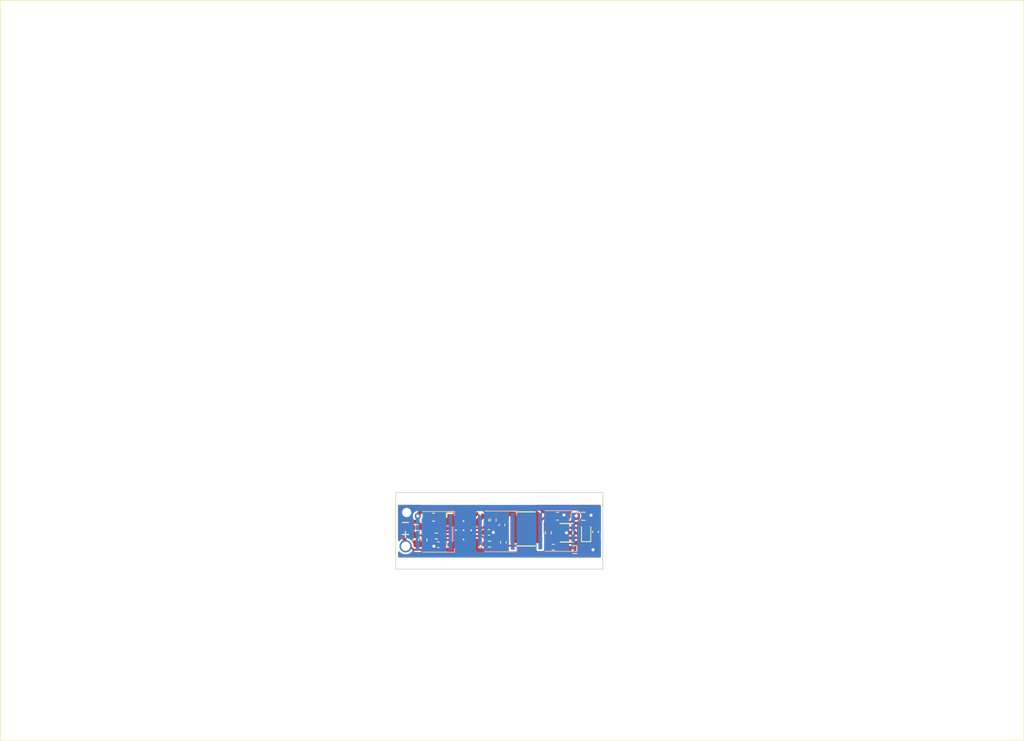
<source format=kicad_pcb>
(kicad_pcb (version 20221018) (generator pcbnew)
  (layers (0 "F.Cu" signal) (31 "B.Cu" signal) (34 "B.Paste" user) (35 "F.Paste" user) (36 "B.SilkS" user "B.Silkscreen") (37 "F.SilkS" user "F.Silkscreen") (38 "B.Mask" user) (39 "F.Mask" user) (44 "Edge.Cuts" user))
  (net 0 "")
  (net 1 "Net-(D23-K)")
  (net 2 "GND2")
  (net 3 "Net-(U1-VCC)")
  (net 4 "Net-(U1-EN_UVLO)")
  (net 5 "Net-(U1-SS)")
  (net 6 "Net-(C4-Pad2)")
  (net 7 "Net-(U1-BST)")
  (net 8 "Net-(C27-Pad2)")
  (net 9 "Net-(D6-A)")
  (net 10 "Net-(D8-K)")
  (net 11 "Net-(D27-Conn)")
  (net 12 "Net-(U1-FB)")
  (net 13 "Net-(U2-OUT)")
  (net 14 "Net-(U1-RON)")
  (net 15 "Net-(U2-IN-)")
  (net 16 "Net-(D6-K)")
  (net 17 "Net-(D7-K)")
  (footprint "ul_TLV9061IDCKR:DCK5_TEX" (layer "F.Cu") (at 137.2616 122.7582)
    (fp_text reference "U2" hide)
    (fp_text value "TLV9061IDCKR" hide)
    (fp_line (start -0.8255 1.2065) (end 0.8255 1.2065) (stroke (width 0.1524)) (layer "F.SilkS"))
    (fp_line (start 0.8255 -1.2065) (end -0.8255 -1.2065) (stroke (width 0.1524)) (layer "F.SilkS"))
    (fp_line (start 0.8255 0.164859) (end 0.8255 -0.164859) (stroke (width 0.1524)) (layer "F.SilkS"))
    (pad "1" smd rect (at -0.9652 -0.649999) (size 1.1684 0.3048) (layers "F.Cu" "F.Paste" "F.Mask") (net 10 "Net-(D8-K)"))
    (pad "2" smd rect (at -0.9652 0) (size 1.1684 0.3048) (layers "F.Cu" "F.Paste" "F.Mask") (net 2 "GND2"))
    (pad "3" smd rect (at -0.9652 0.649999) (size 1.1684 0.3048) (layers "F.Cu" "F.Paste" "F.Mask") (net 15 "Net-(U2-IN-)"))
    (pad "4" smd rect (at 0.9652 0.649999) (size 1.1684 0.3048) (layers "F.Cu" "F.Paste" "F.Mask") (net 13 "Net-(U2-OUT)"))
    (pad "5" smd rect (at 0.9652 -0.649999) (size 1.1684 0.3048) (layers "F.Cu" "F.Paste" "F.Mask") (net 1 "Net-(D23-K)"))
  )
  (footprint "Capacitor_SMD:C_0603_1608Metric_Pad1.08x0.95mm_HandSolder" (layer "F.Cu") (at 136.0932 120.5992)
    (fp_text reference "C28" hide)
    (fp_text value "C" hide)
    (fp_line (start -0.146267 -0.51) (end 0.146267 -0.51) (stroke (width 0.12)) (layer "F.SilkS"))
    (fp_line (start -0.146267 0.51) (end 0.146267 0.51) (stroke (width 0.12)) (layer "F.SilkS"))
    (pad "1" smd roundrect (at -0.8625 0) (size 1.075 0.95) (layers "F.Cu" "F.Paste" "F.Mask") (net 9 "Net-(D6-A)"))
    (pad "2" smd roundrect (at 0.8625 0) (size 1.075 0.95) (layers "F.Cu" "F.Paste" "F.Mask") (net 2 "GND2"))
  )
  (footprint "Capacitor_SMD:C_0402_1005Metric_Pad0.74x0.62mm_HandSolder" (layer "F.Cu") (at 141.0462 122.6312 90)
    (fp_text reference "C1" hide)
    (fp_text value "C" hide)
    (fp_line (start -0.115835 -0.36) (end 0.115835 -0.36) (stroke (width 0.12)) (layer "F.SilkS"))
    (fp_line (start -0.115835 0.36) (end 0.115835 0.36) (stroke (width 0.12)) (layer "F.SilkS"))
    (pad "1" smd roundrect (at -0.5675 0 90) (size 0.735 0.62) (layers "F.Cu" "F.Paste" "F.Mask") (net 1 "Net-(D23-K)"))
    (pad "2" smd roundrect (at 0.5675 0 90) (size 0.735 0.62) (layers "F.Cu" "F.Paste" "F.Mask") (net 2 "GND2"))
  )
  (footprint "Capacitor_SMD:C_0402_1005Metric_Pad0.74x0.62mm_HandSolder" (layer "F.Cu") (at 120.5651 124.3076 180)
    (fp_text reference "C26" hide)
    (fp_text value "C" hide)
    (fp_line (start -0.115835 -0.36) (end 0.115835 -0.36) (stroke (width 0.12)) (layer "F.SilkS"))
    (fp_line (start -0.115835 0.36) (end 0.115835 0.36) (stroke (width 0.12)) (layer "F.SilkS"))
    (pad "1" smd roundrect (at -0.5675 0 180) (size 0.735 0.62) (layers "F.Cu" "F.Paste" "F.Mask") (net 5 "Net-(U1-SS)"))
    (pad "2" smd roundrect (at 0.5675 0 180) (size 0.735 0.62) (layers "F.Cu" "F.Paste" "F.Mask") (net 2 "GND2"))
  )
  (footprint "Resistor_SMD:R_0603_1608Metric_Pad0.98x0.95mm_HandSolder" (layer "F.Cu") (at 139.446 120.5992)
    (fp_text reference "R2" hide)
    (fp_text value "R" hide)
    (fp_line (start -0.254724 -0.5225) (end 0.254724 -0.5225) (stroke (width 0.12)) (layer "F.SilkS"))
    (fp_line (start -0.254724 0.5225) (end 0.254724 0.5225) (stroke (width 0.12)) (layer "F.SilkS"))
    (pad "1" smd roundrect (at -0.9125 0) (size 0.975 0.95) (layers "F.Cu" "F.Paste" "F.Mask") (net 10 "Net-(D8-K)"))
    (pad "2" smd roundrect (at 0.9125 0) (size 0.975 0.95) (layers "F.Cu" "F.Paste" "F.Mask") (net 2 "GND2"))
  )
  (footprint "Capacitor_SMD:C_0402_1005Metric_Pad0.74x0.62mm_HandSolder" (layer "F.Cu") (at 129.032 124.0028 90)
    (fp_text reference "C4" hide)
    (fp_text value "C" hide)
    (fp_line (start -0.115835 -0.36) (end 0.115835 -0.36) (stroke (width 0.12)) (layer "F.SilkS"))
    (fp_line (start -0.115835 0.36) (end 0.115835 0.36) (stroke (width 0.12)) (layer "F.SilkS"))
    (pad "1" smd roundrect (at -0.5675 0 90) (size 0.735 0.62) (layers "F.Cu" "F.Paste" "F.Mask") (net 9 "Net-(D6-A)"))
    (pad "2" smd roundrect (at 0.5675 0 90) (size 0.735 0.62) (layers "F.Cu" "F.Paste" "F.Mask") (net 6 "Net-(C4-Pad2)"))
  )
  (footprint "ul_SWPA4030S1R0NT:IND_SWPA4030S_SNL" (layer "F.Cu") (at 131.99545 122.2554 180)
    (fp_text reference "L1" hide)
    (fp_text value "SWPA4030S1R0NT" hide)
    (fp_line (start -1.17475 2.2225) (end 1.17475 2.2225) (stroke (width 0.1524)) (layer "F.SilkS"))
    (fp_line (start 1.17475 -2.2225) (end -1.17475 -2.2225) (stroke (width 0.1524)) (layer "F.SilkS"))
    (pad "1" smd rect (at -1.4986 0 180) (size 1.0922 3.7084) (layers "F.Cu" "F.Paste" "F.Mask") (net 9 "Net-(D6-A)"))
    (pad "2" smd rect (at 1.4986 0 180) (size 1.0922 3.7084) (layers "F.Cu" "F.Paste" "F.Mask") (net 8 "Net-(C27-Pad2)"))
  )
  (footprint "Capacitor_SMD:C_0603_1608Metric_Pad1.08x0.95mm_HandSolder" (layer "F.Cu") (at 119.9388 120.7262)
    (fp_text reference "C5" hide)
    (fp_text value "C" hide)
    (fp_line (start -0.146267 -0.51) (end 0.146267 -0.51) (stroke (width 0.12)) (layer "F.SilkS"))
    (fp_line (start -0.146267 0.51) (end 0.146267 0.51) (stroke (width 0.12)) (layer "F.SilkS"))
    (pad "1" smd roundrect (at -0.8625 0) (size 1.075 0.95) (layers "F.Cu" "F.Paste" "F.Mask") (net 11 "Net-(D27-Conn)"))
    (pad "2" smd roundrect (at 0.8625 0) (size 1.075 0.95) (layers "F.Cu" "F.Paste" "F.Mask") (net 2 "GND2"))
  )
  (footprint "Resistor_SMD:R_0402_1005Metric_Pad0.72x0.64mm_HandSolder" (layer "F.Cu") (at 127.7112 121.0951 90)
    (fp_text reference "R1" hide)
    (fp_text value "R" hide)
    (fp_line (start -0.167621 -0.38) (end 0.167621 -0.38) (stroke (width 0.12)) (layer "F.SilkS"))
    (fp_line (start -0.167621 0.38) (end 0.167621 0.38) (stroke (width 0.12)) (layer "F.SilkS"))
    (pad "1" smd roundrect (at -0.5975 0 90) (size 0.715 0.64) (layers "F.Cu" "F.Paste" "F.Mask") (net 6 "Net-(C4-Pad2)"))
    (pad "2" smd roundrect (at 0.5975 0 90) (size 0.715 0.64) (layers "F.Cu" "F.Paste" "F.Mask") (net 8 "Net-(C27-Pad2)"))
  )
  (footprint "Resistor_SMD:R_0402_1005Metric_Pad0.72x0.64mm_HandSolder" (layer "F.Cu") (at 120.3065 123.19)
    (fp_text reference "R9" hide)
    (fp_text value "R" hide)
    (fp_line (start -0.167621 -0.38) (end 0.167621 -0.38) (stroke (width 0.12)) (layer "F.SilkS"))
    (fp_line (start -0.167621 0.38) (end 0.167621 0.38) (stroke (width 0.12)) (layer "F.SilkS"))
    (pad "1" smd roundrect (at -0.5975 0) (size 0.715 0.64) (layers "F.Cu" "F.Paste" "F.Mask") (net 11 "Net-(D27-Conn)"))
    (pad "2" smd roundrect (at 0.5975 0) (size 0.715 0.64) (layers "F.Cu" "F.Paste" "F.Mask") (net 14 "Net-(U1-RON)"))
  )
  (footprint "Resistor_SMD:R_0402_1005Metric_Pad0.72x0.64mm_HandSolder" (layer "F.Cu") (at 134.8994 122.7582 -90)
    (fp_text reference "R4" hide)
    (fp_text value "R" hide)
    (fp_line (start -0.167621 -0.38) (end 0.167621 -0.38) (stroke (width 0.12)) (layer "F.SilkS"))
    (fp_line (start -0.167621 0.38) (end 0.167621 0.38) (stroke (width 0.12)) (layer "F.SilkS"))
    (pad "1" smd roundrect (at -0.5975 0 270) (size 0.715 0.64) (layers "F.Cu" "F.Paste" "F.Mask") (net 2 "GND2"))
    (pad "2" smd roundrect (at 0.5975 0 270) (size 0.715 0.64) (layers "F.Cu" "F.Paste" "F.Mask") (net 15 "Net-(U2-IN-)"))
  )
  (footprint "Resistor_SMD:R_0402_1005Metric_Pad0.72x0.64mm_HandSolder" (layer "F.Cu") (at 118.6942 123.698 90)
    (fp_text reference "R7" hide)
    (fp_text value "R" hide)
    (fp_line (start -0.167621 -0.38) (end 0.167621 -0.38) (stroke (width 0.12)) (layer "F.SilkS"))
    (fp_line (start -0.167621 0.38) (end 0.167621 0.38) (stroke (width 0.12)) (layer "F.SilkS"))
    (pad "1" smd roundrect (at -0.5975 0 90) (size 0.715 0.64) (layers "F.Cu" "F.Paste" "F.Mask") (net 2 "GND2"))
    (pad "2" smd roundrect (at 0.5975 0 90) (size 0.715 0.64) (layers "F.Cu" "F.Paste" "F.Mask") (net 4 "Net-(U1-EN_UVLO)"))
  )
  (footprint "Capacitor_SMD:C_0402_1005Metric_Pad0.74x0.62mm_HandSolder" (layer "F.Cu") (at 127.1691 122.7074)
    (fp_text reference "C2" hide)
    (fp_text value "C" hide)
    (fp_line (start -0.115835 -0.36) (end 0.115835 -0.36) (stroke (width 0.12)) (layer "F.SilkS"))
    (fp_line (start -0.115835 0.36) (end 0.115835 0.36) (stroke (width 0.12)) (layer "F.SilkS"))
    (pad "1" smd roundrect (at -0.5675 0) (size 0.735 0.62) (layers "F.Cu" "F.Paste" "F.Mask") (net 3 "Net-(U1-VCC)"))
    (pad "2" smd roundrect (at 0.5675 0) (size 0.735 0.62) (layers "F.Cu" "F.Paste" "F.Mask") (net 2 "GND2"))
  )
  (footprint "Resistor_SMD:R_0402_1005Metric_Pad0.72x0.64mm_HandSolder" (layer "F.Cu") (at 117.8052 122.0724)
    (fp_text reference "R6" hide)
    (fp_text value "R" hide)
    (fp_line (start -0.167621 -0.38) (end 0.167621 -0.38) (stroke (width 0.12)) (layer "F.SilkS"))
    (fp_line (start -0.167621 0.38) (end 0.167621 0.38) (stroke (width 0.12)) (layer "F.SilkS"))
    (pad "1" smd roundrect (at -0.5975 0) (size 0.715 0.64) (layers "F.Cu" "F.Paste" "F.Mask") (net 4 "Net-(U1-EN_UVLO)"))
    (pad "2" smd roundrect (at 0.5975 0) (size 0.715 0.64) (layers "F.Cu" "F.Paste" "F.Mask") (net 11 "Net-(D27-Conn)"))
  )
  (footprint "Capacitor_SMD:C_0402_1005Metric_Pad0.74x0.62mm_HandSolder" (layer "F.Cu") (at 126.7714 121.1205 90)
    (fp_text reference "C27" hide)
    (fp_text value "C" hide)
    (fp_line (start -0.115835 -0.36) (end 0.115835 -0.36) (stroke (width 0.12)) (layer "F.SilkS"))
    (fp_line (start -0.115835 0.36) (end 0.115835 0.36) (stroke (width 0.12)) (layer "F.SilkS"))
    (pad "1" smd roundrect (at -0.5675 0 90) (size 0.735 0.62) (layers "F.Cu" "F.Paste" "F.Mask") (net 7 "Net-(U1-BST)"))
    (pad "2" smd roundrect (at 0.5675 0 90) (size 0.735 0.62) (layers "F.Cu" "F.Paste" "F.Mask") (net 8 "Net-(C27-Pad2)"))
  )
  (footprint "ul_LM5160ADNTR:DNT0012B" (layer "F.Cu") (at 123.8504 122.428)
    (fp_text reference "U1" hide)
    (fp_text value "LM5160ADNTR" hide)
    (fp_line (start -2.200001 -2.199998) (end -1.4 -2.199998) (stroke (width 0.2)) (layer "F.SilkS"))
    (fp_line (start -2.200001 -1.699999) (end -2.200001 -2.199998) (stroke (width 0.2)) (layer "F.SilkS"))
    (fp_line (start -2.200001 2.199998) (end -2.200001 2.025002) (stroke (width 0.2)) (layer "F.SilkS"))
    (fp_line (start -2.200001 2.199998) (end -2.000001 2.199998) (stroke (width 0.2)) (layer "F.SilkS"))
    (fp_line (start 2.000001 -2.199998) (end 2.200001 -2.199998) (stroke (width 0.2)) (layer "F.SilkS"))
    (fp_line (start 2.000001 2.199998) (end 2.200001 2.199998) (stroke (width 0.2)) (layer "F.SilkS"))
    (fp_line (start 2.200001 -2.025002) (end 2.200001 -2.199998) (stroke (width 0.2)) (layer "F.SilkS"))
    (fp_line (start 2.200001 2.199998) (end 2.200001 2.025002) (stroke (width 0.2)) (layer "F.SilkS"))
    (pad "1" smd rect (at -1.899999 -1.25 90) (size 0.249999 0.599999) (layers "F.Cu" "F.Paste" "F.Mask") (net 2 "GND2"))
    (pad "2" smd rect (at -1.899999 -0.750001 90) (size 0.249999 0.599999) (layers "F.Cu" "F.Paste" "F.Mask") (net 2 "GND2"))
    (pad "3" smd rect (at -1.899999 -0.25 90) (size 0.249999 0.599999) (layers "F.Cu" "F.Paste" "F.Mask") (net 11 "Net-(D27-Conn)"))
    (pad "4" smd rect (at -1.899999 0.25 90) (size 0.249999 0.599999) (layers "F.Cu" "F.Paste" "F.Mask") (net 4 "Net-(U1-EN_UVLO)"))
    (pad "5" smd rect (at -1.899999 0.749998 90) (size 0.249999 0.599999) (layers "F.Cu" "F.Paste" "F.Mask") (net 14 "Net-(U1-RON)"))
    (pad "6" smd rect (at -1.899999 1.25 90) (size 0.249999 0.599999) (layers "F.Cu" "F.Paste" "F.Mask") (net 5 "Net-(U1-SS)"))
    (pad "7" smd rect (at 1.899999 1.25 90) (size 0.249999 0.599999) (layers "F.Cu" "F.Paste" "F.Mask") (net 2 "GND2"))
    (pad "8" smd rect (at 1.899999 0.749998 90) (size 0.249999 0.599999) (layers "F.Cu" "F.Paste" "F.Mask") (net 12 "Net-(U1-FB)"))
    (pad "9" smd rect (at 1.899999 0.25 90) (size 0.249999 0.599999) (layers "F.Cu" "F.Paste" "F.Mask") (net 3 "Net-(U1-VCC)"))
    (pad "10" smd rect (at 1.899999 -0.250002 90) (size 0.249999 0.599999) (layers "F.Cu" "F.Paste" "F.Mask") (net 7 "Net-(U1-BST)"))
    (pad "11" smd rect (at 1.899999 -0.750001 90) (size 0.249999 0.599999) (layers "F.Cu" "F.Paste" "F.Mask") (net 8 "Net-(C27-Pad2)"))
    (pad "12" smd rect (at 1.899999 -1.25 90) (size 0.249999 0.599999) (layers "F.Cu" "F.Paste" "F.Mask") (net 8 "Net-(C27-Pad2)"))
    (pad "13" smd rect (at 0 0 90) (size 2.999999 2.6) (layers "F.Cu" "F.Mask") (net 2 "GND2"))
    (pad "V" thru_hole circle (at -1.000001 0) (size 0.499999 0.499999) (drill 0.2032) (layers "*.Cu" "*.Mask") (net 2 "GND2"))
    (pad "V" thru_hole circle (at 0 -1.2) (size 0.499999 0.499999) (drill 0.2032) (layers "*.Cu" "*.Mask") (net 2 "GND2"))
    (pad "V" thru_hole circle (at 0 0) (size 0.499999 0.499999) (drill 0.2032) (layers "*.Cu" "*.Mask") (net 2 "GND2"))
    (pad "V" thru_hole circle (at 0 1.2) (size 0.499999 0.499999) (drill 0.2032) (layers "*.Cu" "*.Mask") (net 2 "GND2"))
    (pad "V" thru_hole circle (at 1.000001 0) (size 0.499999 0.499999) (drill 0.2032) (layers "*.Cu" "*.Mask") (net 2 "GND2"))
  )
  (footprint "Resistor_SMD:R_0402_1005Metric_Pad0.72x0.64mm_HandSolder" (layer "F.Cu") (at 127.2407 124.2314 180)
    (fp_text reference "R15" hide)
    (fp_text value "R" hide)
    (fp_line (start -0.167621 -0.38) (end 0.167621 -0.38) (stroke (width 0.12)) (layer "F.SilkS"))
    (fp_line (start -0.167621 0.38) (end 0.167621 0.38) (stroke (width 0.12)) (layer "F.SilkS"))
    (pad "1" smd roundrect (at -0.5975 0 180) (size 0.715 0.64) (layers "F.Cu" "F.Paste" "F.Mask") (net 13 "Net-(U2-OUT)"))
    (pad "2" smd roundrect (at 0.5975 0 180) (size 0.715 0.64) (layers "F.Cu" "F.Paste" "F.Mask") (net 12 "Net-(U1-FB)"))
  )
  (footprint "Wire_holes:WireHole_1p2" (layer "F.Cu") (at 116.4336 120.1166)
    (fp_text reference "D28" hide)
    (fp_text value "WireHole_1p5" hide)
    (pad "1" thru_hole circle (at 0 0) (size 1.6 1.6) (drill 1.2) (layers "*.Cu" "*.Mask") (net 2 "GND2"))
  )
  (footprint "Resistor_SMD:R_0402_1005Metric_Pad0.72x0.64mm_HandSolder" (layer "F.Cu") (at 135.53815 124.6378)
    (fp_text reference "R3" hide)
    (fp_text value "R" hide)
    (fp_line (start -0.167621 -0.38) (end 0.167621 -0.38) (stroke (width 0.12)) (layer "F.SilkS"))
    (fp_line (start -0.167621 0.38) (end 0.167621 0.38) (stroke (width 0.12)) (layer "F.SilkS"))
    (pad "1" smd roundrect (at -0.5975 0) (size 0.715 0.64) (layers "F.Cu" "F.Paste" "F.Mask") (net 15 "Net-(U2-IN-)"))
    (pad "2" smd roundrect (at 0.5975 0) (size 0.715 0.64) (layers "F.Cu" "F.Paste" "F.Mask") (net 13 "Net-(U2-OUT)"))
  )
  (footprint "Capacitor_SMD:C_0402_1005Metric_Pad0.74x0.62mm_HandSolder" (layer "F.Cu") (at 117.6528 123.6726 -90)
    (fp_text reference "C3" hide)
    (fp_text value "C" hide)
    (fp_line (start -0.115835 -0.36) (end 0.115835 -0.36) (stroke (width 0.12)) (layer "F.SilkS"))
    (fp_line (start -0.115835 0.36) (end 0.115835 0.36) (stroke (width 0.12)) (layer "F.SilkS"))
    (pad "1" smd roundrect (at -0.5675 0 270) (size 0.735 0.62) (layers "F.Cu" "F.Paste" "F.Mask") (net 4 "Net-(U1-EN_UVLO)"))
    (pad "2" smd roundrect (at 0.5675 0 270) (size 0.735 0.62) (layers "F.Cu" "F.Paste" "F.Mask") (net 2 "GND2"))
  )
  (footprint "Capacitor_SMD:C_0402_1005Metric_Pad0.74x0.62mm_HandSolder" (layer "F.Cu") (at 128.8542 121.7335 -90)
    (fp_text reference "C6" hide)
    (fp_text value "C" hide)
    (fp_line (start -0.115835 -0.36) (end 0.115835 -0.36) (stroke (width 0.12)) (layer "F.SilkS"))
    (fp_line (start -0.115835 0.36) (end 0.115835 0.36) (stroke (width 0.12)) (layer "F.SilkS"))
    (pad "1" smd roundrect (at -0.5675 0 270) (size 0.735 0.62) (layers "F.Cu" "F.Paste" "F.Mask") (net 6 "Net-(C4-Pad2)"))
    (pad "2" smd roundrect (at 0.5675 0 270) (size 0.735 0.62) (layers "F.Cu" "F.Paste" "F.Mask") (net 12 "Net-(U1-FB)"))
  )
  (footprint "Wire_holes:WireHole_1p2" (layer "F.Cu") (at 116.3066 124.5108)
    (fp_text reference "D27" hide)
    (fp_text value "WireHole_1p5" hide)
    (pad "1" thru_hole circle (at 0 0) (size 1.6 1.6) (drill 1.2) (layers "*.Cu" "*.Mask") (net 11 "Net-(D27-Conn)"))
  )
  (footprint "Resistor_SMD:R_0603_1608Metric_Pad0.98x0.95mm_HandSolder" (layer "F.Cu") (at 138.3538 124.9426 180)
    (fp_text reference "R5" hide)
    (fp_text value "R" hide)
    (fp_line (start -0.254724 -0.5225) (end 0.254724 -0.5225) (stroke (width 0.12)) (layer "F.SilkS"))
    (fp_line (start -0.254724 0.5225) (end 0.254724 0.5225) (stroke (width 0.12)) (layer "F.SilkS"))
    (pad "1" smd roundrect (at -0.9125 0 180) (size 0.975 0.95) (layers "F.Cu" "F.Paste" "F.Mask") (net 1 "Net-(D23-K)"))
    (pad "2" smd roundrect (at 0.9125 0 180) (size 0.975 0.95) (layers "F.Cu" "F.Paste" "F.Mask") (net 11 "Net-(D27-Conn)"))
  )
  (footprint "Diode_SMD:D_SOD-523" (layer "F.Cu") (at 139.827 122.6566 90)
    (fp_text reference "D23" hide)
    (fp_text value "MM5Zxx" hide)
    (fp_line (start -1.26 -0.6) (end -1.26 0.6) (stroke (width 0.12)) (layer "F.SilkS"))
    (fp_line (start 0.7 -0.6) (end -1.26 -0.6) (stroke (width 0.12)) (layer "F.SilkS"))
    (fp_line (start 0.7 0.6) (end -1.26 0.6) (stroke (width 0.12)) (layer "F.SilkS"))
    (pad "1" smd roundrect (at -0.7 0 270) (size 0.6 0.7) (layers "F.Cu" "F.Paste" "F.Mask") (net 1 "Net-(D23-K)"))
    (pad "2" smd roundrect (at 0.7 0 270) (size 0.6 0.7) (layers "F.Cu" "F.Paste" "F.Mask") (net 2 "GND2"))
  )
  (footprint "LED_SMD:LED_Cree-XHP50_6V" (layer "B.Cu") (at 120.0154 122.631 180)
    (fp_text reference "D6" hide)
    (fp_text value "LED_Cree_XHP50_6V" hide)
    (fp_line (start -2.65 -2.65) (end -2.65 -2.15) (stroke (width 0.12)) (layer "B.SilkS"))
    (fp_line (start -2.65 2.65) (end -2.65 2.1) (stroke (width 0.12)) (layer "B.SilkS"))
    (fp_line (start 1.5 -2.65) (end -2.65 -2.65) (stroke (width 0.12)) (layer "B.SilkS"))
    (fp_line (start 1.5 2.65) (end -2.65 2.65) (stroke (width 0.12)) (layer "B.SilkS"))
    (pad "1" smd rect (at -2.14 0 180) (size 0.5 4.78) (layers "B.Cu" "B.Mask") (net 16 "Net-(D6-K)"))
    (pad "2" smd rect (at 2.14 0 180) (size 0.5 4.78) (layers "B.Cu" "B.Mask") (net 9 "Net-(D6-A)"))
    (pad "3" smd rect (at 0 0 180) (size 2.78 4.78) (layers "B.Cu" "B.Mask") (net 2 "GND2"))
  )
  (footprint "LED_SMD:LED_Cree-XHP50_6V" (layer "B.Cu") (at 128.118 122.5802 180)
    (fp_text reference "D7" hide)
    (fp_text value "LED_Cree_XHP50_6V" hide)
    (fp_line (start -2.65 -2.65) (end -2.65 -2.15) (stroke (width 0.12)) (layer "B.SilkS"))
    (fp_line (start -2.65 2.65) (end -2.65 2.1) (stroke (width 0.12)) (layer "B.SilkS"))
    (fp_line (start 1.5 -2.65) (end -2.65 -2.65) (stroke (width 0.12)) (layer "B.SilkS"))
    (fp_line (start 1.5 2.65) (end -2.65 2.65) (stroke (width 0.12)) (layer "B.SilkS"))
    (pad "1" smd rect (at -2.14 0 180) (size 0.5 4.78) (layers "B.Cu" "B.Mask") (net 17 "Net-(D7-K)"))
    (pad "2" smd rect (at 2.14 0 180) (size 0.5 4.78) (layers "B.Cu" "B.Mask") (net 16 "Net-(D6-K)"))
    (pad "3" smd rect (at 0 0 180) (size 2.78 4.78) (layers "B.Cu" "B.Mask") (net 2 "GND2"))
  )
  (footprint "LED_SMD:LED_Cree-XHP50_6V" (layer "B.Cu") (at 135.992 122.5294 180)
    (fp_text reference "D8" hide)
    (fp_text value "LED_Cree_XHP50_6V" hide)
    (fp_line (start -2.65 -2.65) (end -2.65 -2.15) (stroke (width 0.12)) (layer "B.SilkS"))
    (fp_line (start -2.65 2.65) (end -2.65 2.1) (stroke (width 0.12)) (layer "B.SilkS"))
    (fp_line (start 1.5 -2.65) (end -2.65 -2.65) (stroke (width 0.12)) (layer "B.SilkS"))
    (fp_line (start 1.5 2.65) (end -2.65 2.65) (stroke (width 0.12)) (layer "B.SilkS"))
    (pad "1" smd rect (at -2.14 0 180) (size 0.5 4.78) (layers "B.Cu" "B.Mask") (net 10 "Net-(D8-K)"))
    (pad "2" smd rect (at 2.14 0 180) (size 0.5 4.78) (layers "B.Cu" "B.Mask") (net 17 "Net-(D7-K)"))
    (pad "3" smd rect (at 0 0 180) (size 2.78 4.78) (layers "B.Cu" "B.Mask") (net 2 "GND2"))
  )
  (gr_line (start 116.2812 123.3932) (end 116.2812 122.5804) (stroke (width 0.15)) (layer "F.SilkS"))
  (gr_line (start 63.5 53.34) (end 196.85 53.34) (stroke (width 0.1)) (layer "F.SilkS"))
  (gr_line (start 196.85 149.86) (end 63.5 149.86) (stroke (width 0.1)) (layer "F.SilkS"))
  (gr_line (start 115.8875 121.412) (end 116.6749 121.412) (stroke (width 0.15)) (layer "F.SilkS"))
  (gr_line (start 196.85 53.34) (end 196.85 149.86) (stroke (width 0.1)) (layer "F.SilkS"))
  (gr_line (start 115.8748 122.9868) (end 116.6876 122.9868) (stroke (width 0.15)) (layer "F.SilkS"))
  (gr_line (start 63.5 149.86) (end 63.5 53.34) (stroke (width 0.1)) (layer "F.SilkS"))
  (gr_line (start 142 127.5) (end 115 127.5) (stroke (width 0.1)) (layer "Edge.Cuts"))
  (gr_line (start 115 117.5) (end 142 117.5) (stroke (width 0.1)) (layer "Edge.Cuts"))
  (gr_line (start 115 127.5) (end 115 117.5) (stroke (width 0.1)) (layer "Edge.Cuts"))
  (gr_line (start 142 117.5) (end 142 127.5) (stroke (width 0.1)) (layer "Edge.Cuts"))
  (segment (start 139.2663 123.9173) (end 139.827 123.3566) (width 0.25) (layer "F.Cu") (net 1))
  (segment (start 141.0462 123.1987) (end 139.9849 123.1987) (width 0.25) (layer "F.Cu") (net 1))
  (segment (start 139.2663 124.9426) (end 139.2663 123.9173) (width 0.25) (layer "F.Cu") (net 1))
  (segment (start 138.578601 122.108201) (end 139.827 123.3566) (width 0.25) (layer "F.Cu") (net 1))
  (segment (start 139.2663 124.9426) (end 139.4206 124.7883) (width 0.25) (layer "F.Cu") (net 1))
  (segment (start 139.9849 123.1987) (end 139.827 123.3566) (width 0.25) (layer "F.Cu") (net 1))
  (segment (start 138.2268 122.108201) (end 138.578601 122.108201) (width 0.25) (layer "F.Cu") (net 1))
  (via (at 137.2616 122.7582) (size 0.8) (drill 0.4) (layers "F.Cu" "B.Cu") (net 2))
  (via (at 127.7366 122.7074) (size 0.8) (drill 0.4) (layers "F.Cu" "B.Cu") (net 2))
  (via (at 136.9314 120.4468) (size 0.8) (drill 0.4) (layers "F.Cu" "B.Cu") (net 2))
  (via (at 140.462 120.4722) (size 0.8) (drill 0.4) (layers "F.Cu" "B.Cu") (net 2))
  (via (at 140.716 124.968) (size 0.8) (drill 0.4) (layers "F.Cu" "B.Cu") (net 2))
  (via (at 119.9896 124.5108) (size 0.8) (drill 0.4) (layers "F.Cu" "B.Cu") (net 2))
  (segment (start 126.783299 122.727999) (end 125.800398 122.727999) (width 0.25) (layer "F.Cu") (net 3))
  (segment (start 125.800398 122.727999) (end 125.750399 122.678) (width 0.25) (layer "F.Cu") (net 3))
  (segment (start 117.6574 123.1005) (end 117.6528 123.1051) (width 0.25) (layer "F.Cu") (net 4))
  (segment (start 121.5402 122.603) (end 121.332849 122.603) (width 0.2) (layer "F.Cu") (net 4))
  (segment (start 121.6152 122.678) (end 121.5402 122.603) (width 0.2) (layer "F.Cu") (net 4))
  (segment (start 117.2077 122.66) (end 117.6528 123.1051) (width 0.5) (layer "F.Cu") (net 4))
  (segment (start 117.4428 122.8951) (end 117.6528 123.1051) (width 0.2) (layer "F.Cu") (net 4))
  (segment (start 119.320562 122.5704) (end 118.790462 123.1005) (width 0.2) (layer "F.Cu") (net 4))
  (segment (start 118.6942 123.1005) (end 117.6574 123.1005) (width 0.25) (layer "F.Cu") (net 4))
  (segment (start 117.2077 122.0724) (end 117.2077 122.66) (width 0.5) (layer "F.Cu") (net 4))
  (segment (start 118.790462 123.1005) (end 118.6942 123.1005) (width 0.2) (layer "F.Cu") (net 4))
  (segment (start 121.332849 122.603) (end 121.300249 122.5704) (width 0.2) (layer "F.Cu") (net 4))
  (segment (start 121.950401 122.678) (end 121.6152 122.678) (width 0.25) (layer "F.Cu") (net 4))
  (segment (start 121.300249 122.5704) (end 119.320562 122.5704) (width 0.2) (layer "F.Cu") (net 4))
  (segment (start 121.4828 123.678) (end 120.8786 124.2822) (width 0.25) (layer "F.Cu") (net 5))
  (segment (start 121.950401 123.678) (end 121.4828 123.678) (width 0.25) (layer "F.Cu") (net 5))
  (segment (start 129.4638 122.813923) (end 129.4638 121.2168) (width 0.25) (layer "F.Cu") (net 6))
  (segment (start 128.2886 121.1152) (end 127.7112 121.6926) (width 0.25) (layer "F.Cu") (net 6))
  (segment (start 129.4638 121.2168) (end 129.3622 121.1152) (width 0.25) (layer "F.Cu") (net 6))
  (segment (start 129.3622 121.1152) (end 128.2886 121.1152) (width 0.25) (layer "F.Cu") (net 6))
  (segment (start 129.2098 123.067923) (end 129.4638 122.813923) (width 0.25) (layer "F.Cu") (net 6))
  (segment (start 125.750399 122.177998) (end 126.281402 122.177998) (width 0.25) (layer "F.Cu") (net 7))
  (segment (start 126.281402 122.177998) (end 126.7714 121.688) (width 0.25) (layer "F.Cu") (net 7))
  (segment (start 130.49685 122.2554) (end 130.49685 120.3758) (width 0.2) (layer "F.Cu") (net 8))
  (segment (start 127.9144 120.2944) (end 127.7112 120.4976) (width 0.2) (layer "F.Cu") (net 8))
  (segment (start 130.49685 120.3758) (end 130.41545 120.2944) (width 0.2) (layer "F.Cu") (net 8))
  (segment (start 130.57305 121.301977) (end 130.57305 122.5856) (width 0.25) (layer "F.Cu") (net 8))
  (segment (start 127.6096 120.5992) (end 126.329199 120.5992) (width 0.6) (layer "F.Cu") (net 8))
  (segment (start 127.7112 120.4976) (end 127.6096 120.5992) (width 0.25) (layer "F.Cu") (net 8))
  (segment (start 125.750399 121.178) (end 125.750399 121.677999) (width 0.6) (layer "F.Cu") (net 8))
  (segment (start 126.329199 120.5992) (end 125.750399 121.178) (width 0.6) (layer "F.Cu") (net 8))
  (segment (start 130.41545 120.2944) (end 127.9144 120.2944) (width 0.6) (layer "F.Cu") (net 8))
  (segment (start 133.49405 120.28605) (end 133.49405 122.2554) (width 0.5) (layer "F.Cu") (net 9))
  (segment (start 132.8 119.592) (end 133.49405 120.28605) (width 0.5) (layer "F.Cu") (net 9))
  (segment (start 135.3375 120.706) (end 135.2307 120.5992) (width 0.25) (layer "F.Cu") (net 9))
  (segment (start 131.31485 124.4346) (end 129.4551 124.4346) (width 0.25) (layer "F.Cu") (net 9))
  (segment (start 129.4551 124.4346) (end 129.1844 124.1639) (width 0.25) (layer "F.Cu") (net 9))
  (segment (start 118.700728 119.592) (end 132.8 119.592) (width 0.5) (layer "F.Cu") (net 9))
  (segment (start 133.49405 122.2554) (end 131.31485 124.4346) (width 0.25) (layer "F.Cu") (net 9))
  (segment (start 134.5438 120.5992) (end 133.49405 121.64895) (width 0.25) (layer "F.Cu") (net 9))
  (segment (start 117.8814 120.5738) (end 117.8814 120.411328) (width 0.5) (layer "F.Cu") (net 9))
  (segment (start 133.49405 121.64895) (end 133.49405 122.2554) (width 0.25) (layer "F.Cu") (net 9))
  (segment (start 135.2307 120.5992) (end 134.5438 120.5992) (width 0.25) (layer "F.Cu") (net 9))
  (segment (start 117.8814 120.411328) (end 118.700728 119.592) (width 0.5) (layer "F.Cu") (net 9))
  (via (at 117.8814 120.5738) (size 0.8) (drill 0.4) (layers "F.Cu" "B.Cu") (net 9))
  (segment (start 136.7738 121.717402) (end 136.2964 122.194802) (width 0.25) (layer "F.Cu") (net 10))
  (segment (start 138.5335 120.5992) (end 138.5316 120.6011) (width 0.25) (layer "F.Cu") (net 10))
  (segment (start 138.5843 120.5484) (end 137.415298 121.717402) (width 0.25) (layer "F.Cu") (net 10))
  (segment (start 138.5316 120.5484) (end 138.5843 120.5484) (width 0.25) (layer "F.Cu") (net 10))
  (segment (start 138.5316 120.6011) (end 138.5316 120.5484) (width 0.25) (layer "F.Cu") (net 10))
  (segment (start 137.415298 121.717402) (end 136.7738 121.717402) (width 0.25) (layer "F.Cu") (net 10))
  (via (at 138.5316 120.5484) (size 0.8) (drill 0.4) (layers "F.Cu" "B.Cu") (net 10))
  (segment (start 137.6528 125.3642) (end 136.81145 125.3642) (width 0.25) (layer "F.Cu") (net 11))
  (segment (start 116.723 121.3258) (end 116.1542 121.8946) (width 0.5) (layer "F.Cu") (net 11))
  (segment (start 136.81145 125.3642) (end 136.44285 125.7328) (width 0.25) (layer "F.Cu") (net 11))
  (segment (start 119.055094 124.978) (end 117.344377 124.978) (width 0.25) (layer "F.Cu") (net 11))
  (segment (start 119.273694 125.1966) (end 119.055094 124.978) (width 0.25) (layer "F.Cu") (net 11))
  (segment (start 119.84 125.7328) (end 119.3038 125.1966) (width 0.25) (layer "F.Cu") (net 11))
  (segment (start 119.3301 123.5689) (end 119.3301 125.1703) (width 0.2) (layer "F.Cu") (net 11))
  (segment (start 118.4027 121.9708) (end 117.7577 121.3258) (width 0.5) (layer "F.Cu") (net 11))
  (segment (start 118.9107 121.9708) (end 118.9107 120.8918) (width 0.5) (layer "F.Cu") (net 11))
  (segment (start 119.3301 125.1703) (end 119.3038 125.1966) (width 0.2) (layer "F.Cu") (net 11))
  (segment (start 118.4027 121.9708) (end 118.9107 121.9708) (width 0.5) (layer "F.Cu") (net 11))
  (segment (start 117.344377 124.978) (end 116.5352 124.168823) (width 0.25) (layer "F.Cu") (net 11))
  (segment (start 117.7577 121.3258) (end 116.723 121.3258) (width 0.5) (layer "F.Cu") (net 11))
  (segment (start 121.30169 121.9708) (end 121.50889 122.178) (width 0.5) (layer "F.Cu") (net 11))
  (segment (start 116.1542 121.8946) (end 116.1542 124.5108) (width 0.5) (layer "F.Cu") (net 11))
  (segment (start 136.44285 125.7328) (end 119.84 125.7328) (width 0.25) (layer "F.Cu") (net 11))
  (segment (start 118.9107 120.8918) (end 119.0763 120.7262) (width 0.25) (layer "F.Cu") (net 11))
  (segment (start 118.9107 121.9708) (end 121.30169 121.9708) (width 0.5) (layer "F.Cu") (net 11))
  (segment (start 119.709 123.19) (end 119.3301 123.5689) (width 0.2) (layer "F.Cu") (net 11))
  (segment (start 121.50889 122.178) (end 121.950401 122.178) (width 0.5) (layer "F.Cu") (net 11))
  (segment (start 128.4366 123.1504) (end 127.9756 123.6114) (width 0.2) (layer "F.Cu") (net 12))
  (segment (start 128.8288 121.9795) (end 128.4366 122.3717) (width 0.2) (layer "F.Cu") (net 12))
  (segment (start 126.706533 123.6368) (end 126.706533 124.179833) (width 0.2) (layer "F.Cu") (net 12))
  (segment (start 128.4366 122.3717) (end 128.4366 123.1504) (width 0.2) (layer "F.Cu") (net 12))
  (segment (start 126.706533 123.6368) (end 126.247731 123.177998) (width 0.2) (layer "F.Cu") (net 12))
  (segment (start 126.247731 123.177998) (end 125.750399 123.177998) (width 0.2) (layer "F.Cu") (net 12))
  (segment (start 127.9756 123.6114) (end 127.450162 123.6114) (width 0.2) (layer "F.Cu") (net 12))
  (segment (start 127.450162 123.6114) (end 127.424762 123.6368) (width 0.2) (layer "F.Cu") (net 12))
  (segment (start 126.706533 124.179833) (end 126.7835 124.2568) (width 0.2) (layer "F.Cu") (net 12))
  (segment (start 127.424762 123.6368) (end 126.706533 123.6368) (width 0.2) (layer "F.Cu") (net 12))
  (segment (start 127.9785 124.6257) (end 127.9785 124.283723) (width 0.25) (layer "F.Cu") (net 13))
  (segment (start 137.5918 123.4948) (end 136.3674 124.7192) (width 0.25) (layer "F.Cu") (net 13))
  (segment (start 128.6356 125.2828) (end 127.9785 124.6257) (width 0.25) (layer "F.Cu") (net 13))
  (segment (start 136.13565 124.7192) (end 135.57205 125.2828) (width 0.25) (layer "F.Cu") (net 13))
  (segment (start 136.3674 124.7192) (end 136.13565 124.7192) (width 0.25) (layer "F.Cu") (net 13))
  (segment (start 135.57205 125.2828) (end 128.6356 125.2828) (width 0.25) (layer "F.Cu") (net 13))
  (segment (start 138.2268 123.4948) (end 137.5918 123.4948) (width 0.25) (layer "F.Cu") (net 13))
  (segment (start 121.950401 123.177998) (end 120.903902 123.177998) (width 0.25) (layer "F.Cu") (net 14))
  (segment (start 120.903902 123.177998) (end 120.8665 123.2154) (width 0.25) (layer "F.Cu") (net 14))
  (segment (start 136.2964 123.4948) (end 135.10065 123.4948) (width 0.25) (layer "F.Cu") (net 15))
  (segment (start 135.10065 123.4948) (end 134.94065 123.6548) (width 0.25) (layer "F.Cu") (net 15))
  (segment (start 134.94065 123.6548) (end 134.94065 124.7192) (width 0.25) (layer "F.Cu") (net 15))
  (zone (net 2) (net_name "GND2") (layers "F&B.Cu") (connect_pads yes (clearance 0.25)) (min_thickness 0.25) (fill yes (thermal_gap 0.5) (thermal_bridge_width 0.5))
    (polygon (pts (xy 141.732 119.126) (xy 141.732 125.984) (xy 115.316 125.984) (xy 115.316 119.126)))
  )
)
</source>
